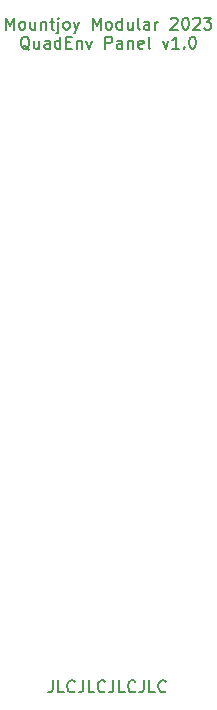
<source format=gbr>
%TF.GenerationSoftware,KiCad,Pcbnew,7.0.6*%
%TF.CreationDate,2023-07-13T17:48:17+01:00*%
%TF.ProjectId,L4O_Panel,4c344f5f-5061-46e6-956c-2e6b69636164,rev?*%
%TF.SameCoordinates,Original*%
%TF.FileFunction,Legend,Top*%
%TF.FilePolarity,Positive*%
%FSLAX46Y46*%
G04 Gerber Fmt 4.6, Leading zero omitted, Abs format (unit mm)*
G04 Created by KiCad (PCBNEW 7.0.6) date 2023-07-13 17:48:17*
%MOMM*%
%LPD*%
G01*
G04 APERTURE LIST*
%ADD10C,0.150000*%
G04 APERTURE END LIST*
D10*
X54780951Y-117654819D02*
X54780951Y-118369104D01*
X54780951Y-118369104D02*
X54733332Y-118511961D01*
X54733332Y-118511961D02*
X54638094Y-118607200D01*
X54638094Y-118607200D02*
X54495237Y-118654819D01*
X54495237Y-118654819D02*
X54399999Y-118654819D01*
X55733332Y-118654819D02*
X55257142Y-118654819D01*
X55257142Y-118654819D02*
X55257142Y-117654819D01*
X56638094Y-118559580D02*
X56590475Y-118607200D01*
X56590475Y-118607200D02*
X56447618Y-118654819D01*
X56447618Y-118654819D02*
X56352380Y-118654819D01*
X56352380Y-118654819D02*
X56209523Y-118607200D01*
X56209523Y-118607200D02*
X56114285Y-118511961D01*
X56114285Y-118511961D02*
X56066666Y-118416723D01*
X56066666Y-118416723D02*
X56019047Y-118226247D01*
X56019047Y-118226247D02*
X56019047Y-118083390D01*
X56019047Y-118083390D02*
X56066666Y-117892914D01*
X56066666Y-117892914D02*
X56114285Y-117797676D01*
X56114285Y-117797676D02*
X56209523Y-117702438D01*
X56209523Y-117702438D02*
X56352380Y-117654819D01*
X56352380Y-117654819D02*
X56447618Y-117654819D01*
X56447618Y-117654819D02*
X56590475Y-117702438D01*
X56590475Y-117702438D02*
X56638094Y-117750057D01*
X57352380Y-117654819D02*
X57352380Y-118369104D01*
X57352380Y-118369104D02*
X57304761Y-118511961D01*
X57304761Y-118511961D02*
X57209523Y-118607200D01*
X57209523Y-118607200D02*
X57066666Y-118654819D01*
X57066666Y-118654819D02*
X56971428Y-118654819D01*
X58304761Y-118654819D02*
X57828571Y-118654819D01*
X57828571Y-118654819D02*
X57828571Y-117654819D01*
X59209523Y-118559580D02*
X59161904Y-118607200D01*
X59161904Y-118607200D02*
X59019047Y-118654819D01*
X59019047Y-118654819D02*
X58923809Y-118654819D01*
X58923809Y-118654819D02*
X58780952Y-118607200D01*
X58780952Y-118607200D02*
X58685714Y-118511961D01*
X58685714Y-118511961D02*
X58638095Y-118416723D01*
X58638095Y-118416723D02*
X58590476Y-118226247D01*
X58590476Y-118226247D02*
X58590476Y-118083390D01*
X58590476Y-118083390D02*
X58638095Y-117892914D01*
X58638095Y-117892914D02*
X58685714Y-117797676D01*
X58685714Y-117797676D02*
X58780952Y-117702438D01*
X58780952Y-117702438D02*
X58923809Y-117654819D01*
X58923809Y-117654819D02*
X59019047Y-117654819D01*
X59019047Y-117654819D02*
X59161904Y-117702438D01*
X59161904Y-117702438D02*
X59209523Y-117750057D01*
X59923809Y-117654819D02*
X59923809Y-118369104D01*
X59923809Y-118369104D02*
X59876190Y-118511961D01*
X59876190Y-118511961D02*
X59780952Y-118607200D01*
X59780952Y-118607200D02*
X59638095Y-118654819D01*
X59638095Y-118654819D02*
X59542857Y-118654819D01*
X60876190Y-118654819D02*
X60400000Y-118654819D01*
X60400000Y-118654819D02*
X60400000Y-117654819D01*
X61780952Y-118559580D02*
X61733333Y-118607200D01*
X61733333Y-118607200D02*
X61590476Y-118654819D01*
X61590476Y-118654819D02*
X61495238Y-118654819D01*
X61495238Y-118654819D02*
X61352381Y-118607200D01*
X61352381Y-118607200D02*
X61257143Y-118511961D01*
X61257143Y-118511961D02*
X61209524Y-118416723D01*
X61209524Y-118416723D02*
X61161905Y-118226247D01*
X61161905Y-118226247D02*
X61161905Y-118083390D01*
X61161905Y-118083390D02*
X61209524Y-117892914D01*
X61209524Y-117892914D02*
X61257143Y-117797676D01*
X61257143Y-117797676D02*
X61352381Y-117702438D01*
X61352381Y-117702438D02*
X61495238Y-117654819D01*
X61495238Y-117654819D02*
X61590476Y-117654819D01*
X61590476Y-117654819D02*
X61733333Y-117702438D01*
X61733333Y-117702438D02*
X61780952Y-117750057D01*
X62495238Y-117654819D02*
X62495238Y-118369104D01*
X62495238Y-118369104D02*
X62447619Y-118511961D01*
X62447619Y-118511961D02*
X62352381Y-118607200D01*
X62352381Y-118607200D02*
X62209524Y-118654819D01*
X62209524Y-118654819D02*
X62114286Y-118654819D01*
X63447619Y-118654819D02*
X62971429Y-118654819D01*
X62971429Y-118654819D02*
X62971429Y-117654819D01*
X64352381Y-118559580D02*
X64304762Y-118607200D01*
X64304762Y-118607200D02*
X64161905Y-118654819D01*
X64161905Y-118654819D02*
X64066667Y-118654819D01*
X64066667Y-118654819D02*
X63923810Y-118607200D01*
X63923810Y-118607200D02*
X63828572Y-118511961D01*
X63828572Y-118511961D02*
X63780953Y-118416723D01*
X63780953Y-118416723D02*
X63733334Y-118226247D01*
X63733334Y-118226247D02*
X63733334Y-118083390D01*
X63733334Y-118083390D02*
X63780953Y-117892914D01*
X63780953Y-117892914D02*
X63828572Y-117797676D01*
X63828572Y-117797676D02*
X63923810Y-117702438D01*
X63923810Y-117702438D02*
X64066667Y-117654819D01*
X64066667Y-117654819D02*
X64161905Y-117654819D01*
X64161905Y-117654819D02*
X64304762Y-117702438D01*
X64304762Y-117702438D02*
X64352381Y-117750057D01*
X50833332Y-62549819D02*
X50833332Y-61549819D01*
X50833332Y-61549819D02*
X51166665Y-62264104D01*
X51166665Y-62264104D02*
X51499998Y-61549819D01*
X51499998Y-61549819D02*
X51499998Y-62549819D01*
X52119046Y-62549819D02*
X52023808Y-62502200D01*
X52023808Y-62502200D02*
X51976189Y-62454580D01*
X51976189Y-62454580D02*
X51928570Y-62359342D01*
X51928570Y-62359342D02*
X51928570Y-62073628D01*
X51928570Y-62073628D02*
X51976189Y-61978390D01*
X51976189Y-61978390D02*
X52023808Y-61930771D01*
X52023808Y-61930771D02*
X52119046Y-61883152D01*
X52119046Y-61883152D02*
X52261903Y-61883152D01*
X52261903Y-61883152D02*
X52357141Y-61930771D01*
X52357141Y-61930771D02*
X52404760Y-61978390D01*
X52404760Y-61978390D02*
X52452379Y-62073628D01*
X52452379Y-62073628D02*
X52452379Y-62359342D01*
X52452379Y-62359342D02*
X52404760Y-62454580D01*
X52404760Y-62454580D02*
X52357141Y-62502200D01*
X52357141Y-62502200D02*
X52261903Y-62549819D01*
X52261903Y-62549819D02*
X52119046Y-62549819D01*
X53309522Y-61883152D02*
X53309522Y-62549819D01*
X52880951Y-61883152D02*
X52880951Y-62406961D01*
X52880951Y-62406961D02*
X52928570Y-62502200D01*
X52928570Y-62502200D02*
X53023808Y-62549819D01*
X53023808Y-62549819D02*
X53166665Y-62549819D01*
X53166665Y-62549819D02*
X53261903Y-62502200D01*
X53261903Y-62502200D02*
X53309522Y-62454580D01*
X53785713Y-61883152D02*
X53785713Y-62549819D01*
X53785713Y-61978390D02*
X53833332Y-61930771D01*
X53833332Y-61930771D02*
X53928570Y-61883152D01*
X53928570Y-61883152D02*
X54071427Y-61883152D01*
X54071427Y-61883152D02*
X54166665Y-61930771D01*
X54166665Y-61930771D02*
X54214284Y-62026009D01*
X54214284Y-62026009D02*
X54214284Y-62549819D01*
X54547618Y-61883152D02*
X54928570Y-61883152D01*
X54690475Y-61549819D02*
X54690475Y-62406961D01*
X54690475Y-62406961D02*
X54738094Y-62502200D01*
X54738094Y-62502200D02*
X54833332Y-62549819D01*
X54833332Y-62549819D02*
X54928570Y-62549819D01*
X55261904Y-61883152D02*
X55261904Y-62740295D01*
X55261904Y-62740295D02*
X55214285Y-62835533D01*
X55214285Y-62835533D02*
X55119047Y-62883152D01*
X55119047Y-62883152D02*
X55071428Y-62883152D01*
X55261904Y-61549819D02*
X55214285Y-61597438D01*
X55214285Y-61597438D02*
X55261904Y-61645057D01*
X55261904Y-61645057D02*
X55309523Y-61597438D01*
X55309523Y-61597438D02*
X55261904Y-61549819D01*
X55261904Y-61549819D02*
X55261904Y-61645057D01*
X55880951Y-62549819D02*
X55785713Y-62502200D01*
X55785713Y-62502200D02*
X55738094Y-62454580D01*
X55738094Y-62454580D02*
X55690475Y-62359342D01*
X55690475Y-62359342D02*
X55690475Y-62073628D01*
X55690475Y-62073628D02*
X55738094Y-61978390D01*
X55738094Y-61978390D02*
X55785713Y-61930771D01*
X55785713Y-61930771D02*
X55880951Y-61883152D01*
X55880951Y-61883152D02*
X56023808Y-61883152D01*
X56023808Y-61883152D02*
X56119046Y-61930771D01*
X56119046Y-61930771D02*
X56166665Y-61978390D01*
X56166665Y-61978390D02*
X56214284Y-62073628D01*
X56214284Y-62073628D02*
X56214284Y-62359342D01*
X56214284Y-62359342D02*
X56166665Y-62454580D01*
X56166665Y-62454580D02*
X56119046Y-62502200D01*
X56119046Y-62502200D02*
X56023808Y-62549819D01*
X56023808Y-62549819D02*
X55880951Y-62549819D01*
X56547618Y-61883152D02*
X56785713Y-62549819D01*
X57023808Y-61883152D02*
X56785713Y-62549819D01*
X56785713Y-62549819D02*
X56690475Y-62787914D01*
X56690475Y-62787914D02*
X56642856Y-62835533D01*
X56642856Y-62835533D02*
X56547618Y-62883152D01*
X58166666Y-62549819D02*
X58166666Y-61549819D01*
X58166666Y-61549819D02*
X58499999Y-62264104D01*
X58499999Y-62264104D02*
X58833332Y-61549819D01*
X58833332Y-61549819D02*
X58833332Y-62549819D01*
X59452380Y-62549819D02*
X59357142Y-62502200D01*
X59357142Y-62502200D02*
X59309523Y-62454580D01*
X59309523Y-62454580D02*
X59261904Y-62359342D01*
X59261904Y-62359342D02*
X59261904Y-62073628D01*
X59261904Y-62073628D02*
X59309523Y-61978390D01*
X59309523Y-61978390D02*
X59357142Y-61930771D01*
X59357142Y-61930771D02*
X59452380Y-61883152D01*
X59452380Y-61883152D02*
X59595237Y-61883152D01*
X59595237Y-61883152D02*
X59690475Y-61930771D01*
X59690475Y-61930771D02*
X59738094Y-61978390D01*
X59738094Y-61978390D02*
X59785713Y-62073628D01*
X59785713Y-62073628D02*
X59785713Y-62359342D01*
X59785713Y-62359342D02*
X59738094Y-62454580D01*
X59738094Y-62454580D02*
X59690475Y-62502200D01*
X59690475Y-62502200D02*
X59595237Y-62549819D01*
X59595237Y-62549819D02*
X59452380Y-62549819D01*
X60642856Y-62549819D02*
X60642856Y-61549819D01*
X60642856Y-62502200D02*
X60547618Y-62549819D01*
X60547618Y-62549819D02*
X60357142Y-62549819D01*
X60357142Y-62549819D02*
X60261904Y-62502200D01*
X60261904Y-62502200D02*
X60214285Y-62454580D01*
X60214285Y-62454580D02*
X60166666Y-62359342D01*
X60166666Y-62359342D02*
X60166666Y-62073628D01*
X60166666Y-62073628D02*
X60214285Y-61978390D01*
X60214285Y-61978390D02*
X60261904Y-61930771D01*
X60261904Y-61930771D02*
X60357142Y-61883152D01*
X60357142Y-61883152D02*
X60547618Y-61883152D01*
X60547618Y-61883152D02*
X60642856Y-61930771D01*
X61547618Y-61883152D02*
X61547618Y-62549819D01*
X61119047Y-61883152D02*
X61119047Y-62406961D01*
X61119047Y-62406961D02*
X61166666Y-62502200D01*
X61166666Y-62502200D02*
X61261904Y-62549819D01*
X61261904Y-62549819D02*
X61404761Y-62549819D01*
X61404761Y-62549819D02*
X61499999Y-62502200D01*
X61499999Y-62502200D02*
X61547618Y-62454580D01*
X62166666Y-62549819D02*
X62071428Y-62502200D01*
X62071428Y-62502200D02*
X62023809Y-62406961D01*
X62023809Y-62406961D02*
X62023809Y-61549819D01*
X62976190Y-62549819D02*
X62976190Y-62026009D01*
X62976190Y-62026009D02*
X62928571Y-61930771D01*
X62928571Y-61930771D02*
X62833333Y-61883152D01*
X62833333Y-61883152D02*
X62642857Y-61883152D01*
X62642857Y-61883152D02*
X62547619Y-61930771D01*
X62976190Y-62502200D02*
X62880952Y-62549819D01*
X62880952Y-62549819D02*
X62642857Y-62549819D01*
X62642857Y-62549819D02*
X62547619Y-62502200D01*
X62547619Y-62502200D02*
X62500000Y-62406961D01*
X62500000Y-62406961D02*
X62500000Y-62311723D01*
X62500000Y-62311723D02*
X62547619Y-62216485D01*
X62547619Y-62216485D02*
X62642857Y-62168866D01*
X62642857Y-62168866D02*
X62880952Y-62168866D01*
X62880952Y-62168866D02*
X62976190Y-62121247D01*
X63452381Y-62549819D02*
X63452381Y-61883152D01*
X63452381Y-62073628D02*
X63500000Y-61978390D01*
X63500000Y-61978390D02*
X63547619Y-61930771D01*
X63547619Y-61930771D02*
X63642857Y-61883152D01*
X63642857Y-61883152D02*
X63738095Y-61883152D01*
X64785715Y-61645057D02*
X64833334Y-61597438D01*
X64833334Y-61597438D02*
X64928572Y-61549819D01*
X64928572Y-61549819D02*
X65166667Y-61549819D01*
X65166667Y-61549819D02*
X65261905Y-61597438D01*
X65261905Y-61597438D02*
X65309524Y-61645057D01*
X65309524Y-61645057D02*
X65357143Y-61740295D01*
X65357143Y-61740295D02*
X65357143Y-61835533D01*
X65357143Y-61835533D02*
X65309524Y-61978390D01*
X65309524Y-61978390D02*
X64738096Y-62549819D01*
X64738096Y-62549819D02*
X65357143Y-62549819D01*
X65976191Y-61549819D02*
X66071429Y-61549819D01*
X66071429Y-61549819D02*
X66166667Y-61597438D01*
X66166667Y-61597438D02*
X66214286Y-61645057D01*
X66214286Y-61645057D02*
X66261905Y-61740295D01*
X66261905Y-61740295D02*
X66309524Y-61930771D01*
X66309524Y-61930771D02*
X66309524Y-62168866D01*
X66309524Y-62168866D02*
X66261905Y-62359342D01*
X66261905Y-62359342D02*
X66214286Y-62454580D01*
X66214286Y-62454580D02*
X66166667Y-62502200D01*
X66166667Y-62502200D02*
X66071429Y-62549819D01*
X66071429Y-62549819D02*
X65976191Y-62549819D01*
X65976191Y-62549819D02*
X65880953Y-62502200D01*
X65880953Y-62502200D02*
X65833334Y-62454580D01*
X65833334Y-62454580D02*
X65785715Y-62359342D01*
X65785715Y-62359342D02*
X65738096Y-62168866D01*
X65738096Y-62168866D02*
X65738096Y-61930771D01*
X65738096Y-61930771D02*
X65785715Y-61740295D01*
X65785715Y-61740295D02*
X65833334Y-61645057D01*
X65833334Y-61645057D02*
X65880953Y-61597438D01*
X65880953Y-61597438D02*
X65976191Y-61549819D01*
X66690477Y-61645057D02*
X66738096Y-61597438D01*
X66738096Y-61597438D02*
X66833334Y-61549819D01*
X66833334Y-61549819D02*
X67071429Y-61549819D01*
X67071429Y-61549819D02*
X67166667Y-61597438D01*
X67166667Y-61597438D02*
X67214286Y-61645057D01*
X67214286Y-61645057D02*
X67261905Y-61740295D01*
X67261905Y-61740295D02*
X67261905Y-61835533D01*
X67261905Y-61835533D02*
X67214286Y-61978390D01*
X67214286Y-61978390D02*
X66642858Y-62549819D01*
X66642858Y-62549819D02*
X67261905Y-62549819D01*
X67595239Y-61549819D02*
X68214286Y-61549819D01*
X68214286Y-61549819D02*
X67880953Y-61930771D01*
X67880953Y-61930771D02*
X68023810Y-61930771D01*
X68023810Y-61930771D02*
X68119048Y-61978390D01*
X68119048Y-61978390D02*
X68166667Y-62026009D01*
X68166667Y-62026009D02*
X68214286Y-62121247D01*
X68214286Y-62121247D02*
X68214286Y-62359342D01*
X68214286Y-62359342D02*
X68166667Y-62454580D01*
X68166667Y-62454580D02*
X68119048Y-62502200D01*
X68119048Y-62502200D02*
X68023810Y-62549819D01*
X68023810Y-62549819D02*
X67738096Y-62549819D01*
X67738096Y-62549819D02*
X67642858Y-62502200D01*
X67642858Y-62502200D02*
X67595239Y-62454580D01*
X52809522Y-64255057D02*
X52714284Y-64207438D01*
X52714284Y-64207438D02*
X52619046Y-64112200D01*
X52619046Y-64112200D02*
X52476189Y-63969342D01*
X52476189Y-63969342D02*
X52380951Y-63921723D01*
X52380951Y-63921723D02*
X52285713Y-63921723D01*
X52333332Y-64159819D02*
X52238094Y-64112200D01*
X52238094Y-64112200D02*
X52142856Y-64016961D01*
X52142856Y-64016961D02*
X52095237Y-63826485D01*
X52095237Y-63826485D02*
X52095237Y-63493152D01*
X52095237Y-63493152D02*
X52142856Y-63302676D01*
X52142856Y-63302676D02*
X52238094Y-63207438D01*
X52238094Y-63207438D02*
X52333332Y-63159819D01*
X52333332Y-63159819D02*
X52523808Y-63159819D01*
X52523808Y-63159819D02*
X52619046Y-63207438D01*
X52619046Y-63207438D02*
X52714284Y-63302676D01*
X52714284Y-63302676D02*
X52761903Y-63493152D01*
X52761903Y-63493152D02*
X52761903Y-63826485D01*
X52761903Y-63826485D02*
X52714284Y-64016961D01*
X52714284Y-64016961D02*
X52619046Y-64112200D01*
X52619046Y-64112200D02*
X52523808Y-64159819D01*
X52523808Y-64159819D02*
X52333332Y-64159819D01*
X53619046Y-63493152D02*
X53619046Y-64159819D01*
X53190475Y-63493152D02*
X53190475Y-64016961D01*
X53190475Y-64016961D02*
X53238094Y-64112200D01*
X53238094Y-64112200D02*
X53333332Y-64159819D01*
X53333332Y-64159819D02*
X53476189Y-64159819D01*
X53476189Y-64159819D02*
X53571427Y-64112200D01*
X53571427Y-64112200D02*
X53619046Y-64064580D01*
X54523808Y-64159819D02*
X54523808Y-63636009D01*
X54523808Y-63636009D02*
X54476189Y-63540771D01*
X54476189Y-63540771D02*
X54380951Y-63493152D01*
X54380951Y-63493152D02*
X54190475Y-63493152D01*
X54190475Y-63493152D02*
X54095237Y-63540771D01*
X54523808Y-64112200D02*
X54428570Y-64159819D01*
X54428570Y-64159819D02*
X54190475Y-64159819D01*
X54190475Y-64159819D02*
X54095237Y-64112200D01*
X54095237Y-64112200D02*
X54047618Y-64016961D01*
X54047618Y-64016961D02*
X54047618Y-63921723D01*
X54047618Y-63921723D02*
X54095237Y-63826485D01*
X54095237Y-63826485D02*
X54190475Y-63778866D01*
X54190475Y-63778866D02*
X54428570Y-63778866D01*
X54428570Y-63778866D02*
X54523808Y-63731247D01*
X55428570Y-64159819D02*
X55428570Y-63159819D01*
X55428570Y-64112200D02*
X55333332Y-64159819D01*
X55333332Y-64159819D02*
X55142856Y-64159819D01*
X55142856Y-64159819D02*
X55047618Y-64112200D01*
X55047618Y-64112200D02*
X54999999Y-64064580D01*
X54999999Y-64064580D02*
X54952380Y-63969342D01*
X54952380Y-63969342D02*
X54952380Y-63683628D01*
X54952380Y-63683628D02*
X54999999Y-63588390D01*
X54999999Y-63588390D02*
X55047618Y-63540771D01*
X55047618Y-63540771D02*
X55142856Y-63493152D01*
X55142856Y-63493152D02*
X55333332Y-63493152D01*
X55333332Y-63493152D02*
X55428570Y-63540771D01*
X55904761Y-63636009D02*
X56238094Y-63636009D01*
X56380951Y-64159819D02*
X55904761Y-64159819D01*
X55904761Y-64159819D02*
X55904761Y-63159819D01*
X55904761Y-63159819D02*
X56380951Y-63159819D01*
X56809523Y-63493152D02*
X56809523Y-64159819D01*
X56809523Y-63588390D02*
X56857142Y-63540771D01*
X56857142Y-63540771D02*
X56952380Y-63493152D01*
X56952380Y-63493152D02*
X57095237Y-63493152D01*
X57095237Y-63493152D02*
X57190475Y-63540771D01*
X57190475Y-63540771D02*
X57238094Y-63636009D01*
X57238094Y-63636009D02*
X57238094Y-64159819D01*
X57619047Y-63493152D02*
X57857142Y-64159819D01*
X57857142Y-64159819D02*
X58095237Y-63493152D01*
X59238095Y-64159819D02*
X59238095Y-63159819D01*
X59238095Y-63159819D02*
X59619047Y-63159819D01*
X59619047Y-63159819D02*
X59714285Y-63207438D01*
X59714285Y-63207438D02*
X59761904Y-63255057D01*
X59761904Y-63255057D02*
X59809523Y-63350295D01*
X59809523Y-63350295D02*
X59809523Y-63493152D01*
X59809523Y-63493152D02*
X59761904Y-63588390D01*
X59761904Y-63588390D02*
X59714285Y-63636009D01*
X59714285Y-63636009D02*
X59619047Y-63683628D01*
X59619047Y-63683628D02*
X59238095Y-63683628D01*
X60666666Y-64159819D02*
X60666666Y-63636009D01*
X60666666Y-63636009D02*
X60619047Y-63540771D01*
X60619047Y-63540771D02*
X60523809Y-63493152D01*
X60523809Y-63493152D02*
X60333333Y-63493152D01*
X60333333Y-63493152D02*
X60238095Y-63540771D01*
X60666666Y-64112200D02*
X60571428Y-64159819D01*
X60571428Y-64159819D02*
X60333333Y-64159819D01*
X60333333Y-64159819D02*
X60238095Y-64112200D01*
X60238095Y-64112200D02*
X60190476Y-64016961D01*
X60190476Y-64016961D02*
X60190476Y-63921723D01*
X60190476Y-63921723D02*
X60238095Y-63826485D01*
X60238095Y-63826485D02*
X60333333Y-63778866D01*
X60333333Y-63778866D02*
X60571428Y-63778866D01*
X60571428Y-63778866D02*
X60666666Y-63731247D01*
X61142857Y-63493152D02*
X61142857Y-64159819D01*
X61142857Y-63588390D02*
X61190476Y-63540771D01*
X61190476Y-63540771D02*
X61285714Y-63493152D01*
X61285714Y-63493152D02*
X61428571Y-63493152D01*
X61428571Y-63493152D02*
X61523809Y-63540771D01*
X61523809Y-63540771D02*
X61571428Y-63636009D01*
X61571428Y-63636009D02*
X61571428Y-64159819D01*
X62428571Y-64112200D02*
X62333333Y-64159819D01*
X62333333Y-64159819D02*
X62142857Y-64159819D01*
X62142857Y-64159819D02*
X62047619Y-64112200D01*
X62047619Y-64112200D02*
X62000000Y-64016961D01*
X62000000Y-64016961D02*
X62000000Y-63636009D01*
X62000000Y-63636009D02*
X62047619Y-63540771D01*
X62047619Y-63540771D02*
X62142857Y-63493152D01*
X62142857Y-63493152D02*
X62333333Y-63493152D01*
X62333333Y-63493152D02*
X62428571Y-63540771D01*
X62428571Y-63540771D02*
X62476190Y-63636009D01*
X62476190Y-63636009D02*
X62476190Y-63731247D01*
X62476190Y-63731247D02*
X62000000Y-63826485D01*
X63047619Y-64159819D02*
X62952381Y-64112200D01*
X62952381Y-64112200D02*
X62904762Y-64016961D01*
X62904762Y-64016961D02*
X62904762Y-63159819D01*
X64095239Y-63493152D02*
X64333334Y-64159819D01*
X64333334Y-64159819D02*
X64571429Y-63493152D01*
X65476191Y-64159819D02*
X64904763Y-64159819D01*
X65190477Y-64159819D02*
X65190477Y-63159819D01*
X65190477Y-63159819D02*
X65095239Y-63302676D01*
X65095239Y-63302676D02*
X65000001Y-63397914D01*
X65000001Y-63397914D02*
X64904763Y-63445533D01*
X65904763Y-64064580D02*
X65952382Y-64112200D01*
X65952382Y-64112200D02*
X65904763Y-64159819D01*
X65904763Y-64159819D02*
X65857144Y-64112200D01*
X65857144Y-64112200D02*
X65904763Y-64064580D01*
X65904763Y-64064580D02*
X65904763Y-64159819D01*
X66571429Y-63159819D02*
X66666667Y-63159819D01*
X66666667Y-63159819D02*
X66761905Y-63207438D01*
X66761905Y-63207438D02*
X66809524Y-63255057D01*
X66809524Y-63255057D02*
X66857143Y-63350295D01*
X66857143Y-63350295D02*
X66904762Y-63540771D01*
X66904762Y-63540771D02*
X66904762Y-63778866D01*
X66904762Y-63778866D02*
X66857143Y-63969342D01*
X66857143Y-63969342D02*
X66809524Y-64064580D01*
X66809524Y-64064580D02*
X66761905Y-64112200D01*
X66761905Y-64112200D02*
X66666667Y-64159819D01*
X66666667Y-64159819D02*
X66571429Y-64159819D01*
X66571429Y-64159819D02*
X66476191Y-64112200D01*
X66476191Y-64112200D02*
X66428572Y-64064580D01*
X66428572Y-64064580D02*
X66380953Y-63969342D01*
X66380953Y-63969342D02*
X66333334Y-63778866D01*
X66333334Y-63778866D02*
X66333334Y-63540771D01*
X66333334Y-63540771D02*
X66380953Y-63350295D01*
X66380953Y-63350295D02*
X66428572Y-63255057D01*
X66428572Y-63255057D02*
X66476191Y-63207438D01*
X66476191Y-63207438D02*
X66571429Y-63159819D01*
M02*

</source>
